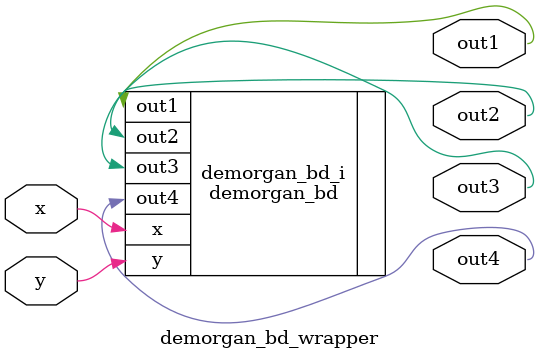
<source format=v>
`timescale 1 ps / 1 ps

module demorgan_bd_wrapper
   (out1,
    out2,
    out3,
    out4,
    x,
    y);
  output [0:0]out1;
  output [0:0]out2;
  output [0:0]out3;
  output [0:0]out4;
  input x;
  input y;

  wire [0:0]out1;
  wire [0:0]out2;
  wire [0:0]out3;
  wire [0:0]out4;
  wire x;
  wire y;

  demorgan_bd demorgan_bd_i
       (.out1(out1),
        .out2(out2),
        .out3(out3),
        .out4(out4),
        .x(x),
        .y(y));
endmodule

</source>
